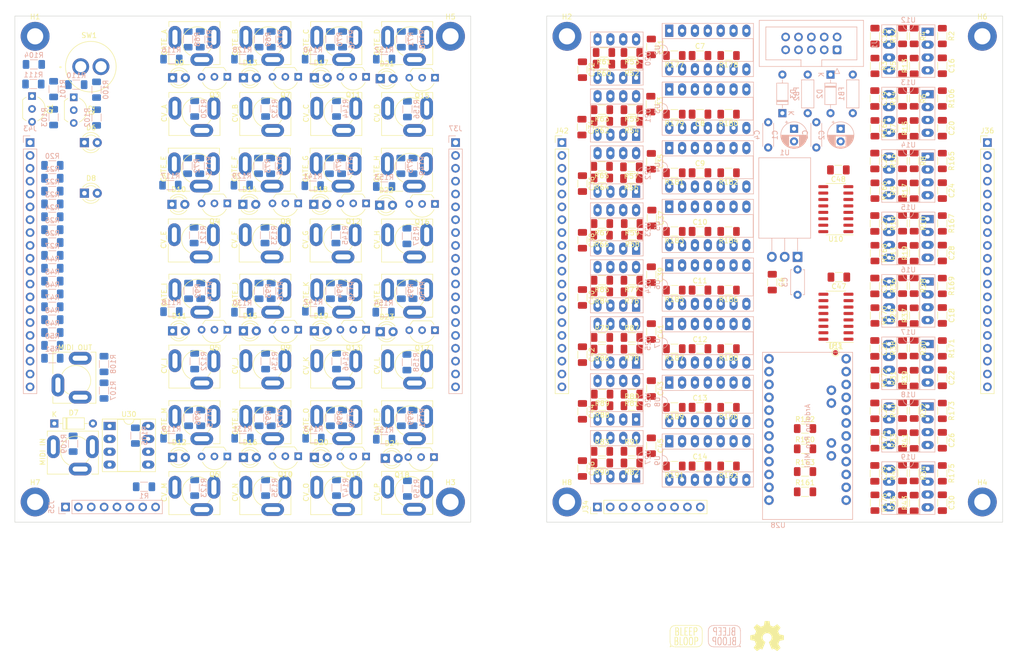
<source format=kicad_pcb>
(kicad_pcb (version 20211014) (generator pcbnew)
  (layers (0 "F.Cu" signal) (31 "B.Cu" signal) (34 "B.Paste" user) (35 "F.Paste" user) (36 "B.SilkS" user "B.Silkscreen") (37 "F.SilkS" user "F.Silkscreen") (38 "B.Mask" user) (39 "F.Mask" user) (44 "Edge.Cuts" user))
  (net 0 "")
  (net 1 "+12V")
  (net 2 "GND")
  (net 3 "-12V")
  (net 4 "+5V")
  (net 5 "-12VA")
  (net 6 "Net-(D2-Pad2)")
  (net 7 "Net-(D3-Pad1)")
  (net 8 "+12VA")
  (net 9 "Net-(D6-Pad2)")
  (net 10 "Net-(D7-Pad1)")
  (net 11 "Net-(D7-Pad2)")
  (net 12 "Net-(D8-Pad2)")
  (net 13 "Net-(D9-Pad2)")
  (net 14 "Net-(D10-Pad2)")
  (net 15 "Net-(D11-Pad2)")
  (net 16 "Net-(D12-Pad2)")
  (net 17 "Net-(D13-Pad2)")
  (net 18 "Net-(D14-Pad2)")
  (net 19 "Net-(D15-Pad2)")
  (net 20 "Net-(D16-Pad2)")
  (net 21 "Net-(D17-Pad2)")
  (net 22 "Net-(D18-Pad2)")
  (net 23 "Net-(D19-Pad2)")
  (net 24 "Net-(D20-Pad2)")
  (net 25 "Net-(D21-Pad2)")
  (net 26 "Net-(D22-Pad2)")
  (net 27 "Net-(D23-Pad2)")
  (net 28 "Net-(D24-Pad2)")
  (net 30 "/CV/CV_A")
  (net 32 "/CV/CV_B")
  (net 34 "/CV/CV_C")
  (net 36 "/CV/CV_D")
  (net 38 "/CV/CV_E")
  (net 40 "/CV/CV_F")
  (net 42 "/CV/CV_G")
  (net 44 "/CV/CV_H")
  (net 46 "/CV/CV_I")
  (net 48 "/CV/CV_J")
  (net 50 "/CV/CV_K")
  (net 52 "/CV/CV_L")
  (net 54 "/CV/CV_M")
  (net 56 "/CV/CV_N")
  (net 58 "/CV/CV_O")
  (net 60 "/CV/CV_P")
  (net 62 "/GATES/GATE_A")
  (net 64 "/GATES/GATE_B")
  (net 66 "/GATES/GATE_C")
  (net 68 "/GATES/GATE_D")
  (net 70 "/GATES/GATE_E")
  (net 72 "/GATES/GATE_F")
  (net 74 "/GATES/GATE_G")
  (net 76 "/GATES/GATE_H")
  (net 78 "/GATES/GATE_I")
  (net 80 "/GATES/GATE_J")
  (net 82 "/GATES/GATE_K")
  (net 84 "/GATES/GATE_L")
  (net 86 "/GATES/GATE_M")
  (net 88 "/GATES/GATE_N")
  (net 90 "/GATES/GATE_O")
  (net 92 "/GATES/GATE_P")
  (net 93 "Net-(J39-PadR)")
  (net 94 "Net-(J39-PadT)")
  (net 95 "Net-(J41-PadT)")
  (net 96 "Net-(R1-Pad1)")
  (net 98 "/CONTROLLER/TO_MIDI_TX")
  (net 99 "Net-(Q1-Pad2)")
  (net 100 "Net-(Q2-Pad2)")
  (net 101 "Net-(Q3-Pad2)")
  (net 102 "Net-(Q4-Pad2)")
  (net 103 "Net-(Q5-Pad2)")
  (net 104 "Net-(Q6-Pad2)")
  (net 105 "Net-(Q7-Pad2)")
  (net 106 "Net-(Q8-Pad2)")
  (net 107 "Net-(Q9-Pad2)")
  (net 108 "Net-(Q10-Pad2)")
  (net 109 "Net-(Q11-Pad2)")
  (net 110 "Net-(Q12-Pad2)")
  (net 111 "Net-(Q13-Pad2)")
  (net 112 "Net-(Q14-Pad2)")
  (net 113 "Net-(Q15-Pad2)")
  (net 114 "Net-(Q16-Pad2)")
  (net 115 "Net-(Q17-Pad2)")
  (net 116 "Net-(Q18-Pad2)")
  (net 117 "Net-(R12-Pad1)")
  (net 118 "Net-(R13-Pad1)")
  (net 119 "Net-(R14-Pad1)")
  (net 120 "Net-(R15-Pad1)")
  (net 121 "Net-(R16-Pad1)")
  (net 122 "Net-(R17-Pad1)")
  (net 123 "Net-(R10-Pad2)")
  (net 124 "Net-(R11-Pad2)")
  (net 125 "Net-(J2-PadT)")
  (net 126 "Net-(J3-PadT)")
  (net 127 "Net-(J4-PadT)")
  (net 128 "Net-(J5-PadT)")
  (net 129 "Net-(J6-PadT)")
  (net 130 "Net-(J7-PadT)")
  (net 131 "Net-(J8-PadT)")
  (net 132 "Net-(J9-PadT)")
  (net 133 "Net-(R28-Pad2)")
  (net 134 "Net-(R29-Pad2)")
  (net 135 "Net-(R30-Pad2)")
  (net 136 "Net-(R31-Pad2)")
  (net 137 "Net-(R32-Pad2)")
  (net 138 "Net-(R33-Pad2)")
  (net 139 "Net-(R34-Pad2)")
  (net 140 "Net-(R35-Pad2)")
  (net 141 "Net-(J10-PadT)")
  (net 142 "Net-(J11-PadT)")
  (net 143 "Net-(J12-PadT)")
  (net 144 "Net-(J13-PadT)")
  (net 145 "Net-(J14-PadT)")
  (net 146 "Net-(J15-PadT)")
  (net 147 "Net-(J16-PadT)")
  (net 148 "Net-(J17-PadT)")
  (net 149 "Net-(R52-Pad2)")
  (net 150 "Net-(R53-Pad2)")
  (net 151 "Net-(R54-Pad2)")
  (net 152 "Net-(R55-Pad2)")
  (net 153 "Net-(R56-Pad2)")
  (net 154 "Net-(R57-Pad2)")
  (net 155 "Net-(R58-Pad2)")
  (net 156 "Net-(R59-Pad2)")
  (net 157 "Net-(J18-PadT)")
  (net 158 "Net-(J19-PadT)")
  (net 159 "Net-(J20-PadT)")
  (net 160 "Net-(J21-PadT)")
  (net 161 "Net-(J22-PadT)")
  (net 162 "Net-(J23-PadT)")
  (net 163 "Net-(J24-PadT)")
  (net 164 "Net-(J25-PadT)")
  (net 165 "Net-(R76-Pad2)")
  (net 166 "Net-(R77-Pad2)")
  (net 167 "Net-(R78-Pad2)")
  (net 168 "Net-(R79-Pad2)")
  (net 169 "Net-(R80-Pad2)")
  (net 170 "Net-(R81-Pad2)")
  (net 171 "Net-(R82-Pad2)")
  (net 172 "Net-(R83-Pad2)")
  (net 173 "Net-(J26-PadT)")
  (net 174 "Net-(J27-PadT)")
  (net 175 "Net-(J28-PadT)")
  (net 176 "Net-(J29-PadT)")
  (net 177 "Net-(J30-PadT)")
  (net 178 "Net-(J31-PadT)")
  (net 179 "Net-(J32-PadT)")
  (net 180 "Net-(J33-PadT)")
  (net 181 "/CONTROLLER/LED_1")
  (net 182 "/CONTROLLER/LED_2")
  (net 183 "/CONTROLLER/SW_1")
  (net 184 "/CONTROLLER/FROM_MIDI_RX")
  (net 185 "Net-(TP1-Pad1)")
  (net 187 "/CONTROLLER/CNTRL_CS_A")
  (net 188 "/CONTROLLER/CNTRL_SCK")
  (net 189 "/CONTROLLER/CNTRL_SDI")
  (net 192 "/CV/CV_RAW_B")
  (net 193 "/CV/CV_RAW_A")
  (net 195 "/CONTROLLER/CNTRL_CS_D")
  (net 198 "/CV/CV_RAW_H")
  (net 199 "/CV/CV_RAW_G")
  (net 201 "/CONTROLLER/CNTRL_CS_B")
  (net 204 "/CV/CV_RAW_D")
  (net 205 "/CV/CV_RAW_C")
  (net 207 "/CONTROLLER/CNTRL_CS_C")
  (net 210 "/CV/CV_RAW_F")
  (net 211 "/CV/CV_RAW_E")
  (net 213 "/CONTROLLER/CNTRL_CS_G")
  (net 216 "/CV/CV_RAW_N")
  (net 217 "/CV/CV_RAW_M")
  (net 219 "/CONTROLLER/CNTRL_CS_H")
  (net 222 "/CV/CV_RAW_P")
  (net 223 "/CV/CV_RAW_O")
  (net 225 "/CONTROLLER/CNTRL_CS_F")
  (net 228 "/CV/CV_RAW_L")
  (net 229 "/CV/CV_RAW_K")
  (net 231 "/CONTROLLER/CNTRL_CS_E")
  (net 234 "/CV/CV_RAW_J")
  (net 235 "/CV/CV_RAW_I")
  (net 236 "Net-(R2-Pad2)")
  (net 237 "Net-(R3-Pad2)")
  (net 238 "Net-(R106-Pad2)")
  (net 239 "Net-(R164-Pad2)")
  (net 240 "Net-(R165-Pad2)")
  (net 241 "Net-(R166-Pad2)")
  (net 242 "Net-(R167-Pad2)")
  (net 243 "Net-(U10-Pad9)")
  (net 244 "/CONTROLLER/CNTRL_GATES_SHIFTREG_CLK")
  (net 245 "/CONTROLLER/CNTRL_GATES_STORE_REG_CLK")
  (net 246 "/CONTROLLER/CNTRL_GATE_SER_IN")
  (net 247 "Net-(R168-Pad2)")
  (net 248 "Net-(R169-Pad2)")
  (net 249 "Net-(R170-Pad2)")
  (net 250 "Net-(R171-Pad2)")
  (net 251 "Net-(R172-Pad2)")
  (net 252 "Net-(R173-Pad2)")
  (net 253 "Net-(R174-Pad2)")
  (net 254 "Net-(R175-Pad2)")
  (net 255 "Net-(R176-Pad2)")
  (net 260 "/CONTROLLER/~{CNTRL_GATES_CLR}")
  (net 261 "/CONTROLLER/~{CNTRL_SHDN}")
  (net 262 "/CONTROLLER/~{CNTRL_GATES_OUT_ENABLE}")
  (net 263 "/CONTROLLER/~{CNTRL_LDAC}")
  (net 264 "/JACKS/CV_OUT_A")
  (net 265 "/JACKS/CV_OUT_B")
  (net 266 "/JACKS/CV_OUT_C")
  (net 267 "/JACKS/CV_OUT_D")
  (net 268 "/JACKS/CV_OUT_E")
  (net 269 "/JACKS/CV_OUT_F")
  (net 270 "/JACKS/CV_OUT_G")
  (net 271 "/JACKS/CV_OUT_H")
  (net 272 "/JACKS/CV_OUT_I")
  (net 273 "/JACKS/CV_OUT_J")
  (net 274 "/JACKS/CV_OUT_K")
  (net 275 "/JACKS/CV_OUT_L")
  (net 276 "/JACKS/CV_OUT_M")
  (net 277 "/JACKS/CV_OUT_N")
  (net 278 "/JACKS/CV_OUT_O")
  (net 279 "/JACKS/CV_OUT_P")
  (net 280 "/GATE_LEDs/TO_LED_A")
  (net 281 "/GATE_LEDs/TO_LED_B")
  (net 282 "/GATE_LEDs/TO_LED_C")
  (net 283 "/GATE_LEDs/TO_LED_D")
  (net 284 "/GATE_LEDs/TO_LED_E")
  (net 285 "/GATE_LEDs/TO_LED_F")
  (net 286 "/GATE_LEDs/TO_LED_G")
  (net 287 "/GATE_LEDs/TO_LED_H")
  (net 288 "/GATE_LEDs/TO_LED_I")
  (net 289 "/GATE_LEDs/TO_LED_J")
  (net 290 "/GATE_LEDs/TO_LED_K")
  (net 291 "/GATE_LEDs/TO_LED_L")
  (net 292 "/GATE_LEDs/TO_LED_M")
  (net 293 "/GATE_LEDs/TO_LED_N")
  (net 294 "/GATE_LEDs/TO_LED_O")
  (net 295 "/GATE_LEDs/TO_LED_P")
  (net 296 "/MIDI/TO_MIDI_OUT")
  (net 297 "/MIDI/FROM_MIDI_IN")
  (net 298 "/IOs/FROM_SW_1")
  (net 299 "/IOs/TO_LED_1")
  (net 300 "/IOs/TO_LED_2")
  (footprint "My Stuff:LED_D3.0mm" (layer "F.Cu") (at 65 85)
    (fp_text reference "D8")
    (fp_text value "LED_2")
  )
  (footprint "Resistor_SMD:R_1206_3216Metric_Pad1.30x1.75mm_HandSolder" (layer "F.Cu") (at 171.8 135.99)
    (fp_text reference "R91")
    (fp_text value "100k")
  )
  (footprint "Capacitor_SMD:C_1206_3216Metric_Pad1.33x1.80mm_HandSolder" (layer "F.Cu") (at 219.775 90.978571 -90)
    (fp_text reference "C27")
    (fp_text value "10nF")
  )
  (footprint "Resistor_SMD:R_1206_3216Metric_Pad1.30x1.75mm_HandSolder" (layer "F.Cu") (at 180.2 80.971428 180)
    (fp_text reference "R181")
    (fp_text value "100k")
  )
  (footprint "Package_TO_SOT_THT:TO-92_Inline_Wide" (layer "F.Cu") (at 91.939999 62.009999 180)
    (fp_text reference "Q3")
    (fp_text value "2N3906")
  )
  (footprint "Resistor_SMD:R_1206_3216Metric_Pad1.30x1.75mm_HandSolder" (layer "F.Cu") (at 180.2 104.142856 180)
    (fp_text reference "R185")
    (fp_text value "100k")
  )
  (footprint "My Stuff:Jack_3.5mm_MJ-355W_Vertical" (layer "F.Cu") (at 100 55.099998 90)
    (fp_text reference "J19")
    (fp_text value "GATE_B")
  )
  (footprint "Capacitor_SMD:C_1206_3216Metric_Pad1.33x1.80mm_HandSolder" (layer "F.Cu") (at 233.1 59.825 -90)
    (fp_text reference "C16")
    (fp_text value "10nF")
  )
  (footprint "My Stuff:Jack_3.5mm_MJ-355W_Vertical" (layer "F.Cu") (at 62 136 90)
    (fp_text reference "J41")
    (fp_text value "MIDI IN")
  )
  (footprint "Capacitor_SMD:C_1206_3216Metric_Pad1.33x1.80mm_HandSolder" (layer "F.Cu") (at 162.05 105.6 -90)
    (fp_text reference "C40")
    (fp_text value "10nF")
  )
  (footprint "Capacitor_SMD:C_1206_3216Metric_Pad1.33x1.80mm_HandSolder" (layer "F.Cu") (at 212.675 101.575 180)
    (fp_text reference "C47")
    (fp_text value "10nF")
  )
  (footprint "My Stuff:Jack_3.5mm_MJ-355W_Vertical" (layer "F.Cu") (at 100 118.999999 90)
    (fp_text reference "J11")
    (fp_text value "CV_J")
  )
  (footprint "Resistor_SMD:R_1206_3216Metric_Pad1.30x1.75mm_HandSolder" (layer "F.Cu") (at 180.2 92.557142 180)
    (fp_text reference "R183")
    (fp_text value "100k")
  )
  (footprint "My Stuff:Jack_3.5mm_MJ-355W_Vertical" (layer "F.Cu") (at 86.000001 130 90)
    (fp_text reference "J30")
    (fp_text value "GATE_M")
  )
  (footprint "My Stuff:LED_D3.0mm" (layer "F.Cu") (at 123.285719 87.37)
    (fp_text reference "D22")
    (fp_text value "LED_H")
  )
  (footprint "My Stuff:LED_D3.0mm" (layer "F.Cu") (at 110.285715 87.199999)
    (fp_text reference "D18")
    (fp_text value "LED_G")
  )
  (footprint "Capacitor_SMD:C_1206_3216Metric_Pad1.33x1.80mm_HandSolder" (layer "F.Cu") (at 175.65 101.1 -90)
    (fp_text reference "C39")
    (fp_text value "10nF")
  )
  (footprint "Connector_PinHeader_2.54mm:PinHeader_1x09_P2.54mm_Vertical" (layer "F.Cu") (at 165 147 90)
    (fp_text reference "J34")
    (fp_text value "Conn_01x08")
  )
  (footprint "Resistor_SMD:R_1206_3216Metric_Pad1.30x1.75mm_HandSolder" (layer "F.Cu") (at 227.55 84.521428 90)
    (fp_text reference "R17")
    (fp_text value "100k")
  )
  (footprint "Resistor_SMD:R_1206_3216Metric_Pad1.30x1.75mm_HandSolder" (layer "F.Cu") (at 180.2 138.9 180)
    (fp_text reference "R191")
    (fp_text value "100k")
  )
  (footprint "Package_SO:SOIC-16_3.9x9.9mm_P1.27mm" (layer "F.Cu") (at 212.075 88.15 180)
    (fp_text reference "U10")
    (fp_text value "74HC595")
  )
  (footprint "Resistor_SMD:R_1206_3216Metric_Pad1.30x1.75mm_HandSolder" (layer "F.Cu") (at 171.8 113.49)
    (fp_text reference "R87")
    (fp_text value "100k")
  )
  (footprint "Capacitor_SMD:C_1206_3216Metric_Pad1.33x1.80mm_HandSolder" (layer "F.Cu") (at 219.775 115.664285 -90)
    (fp_text reference "C21")
    (fp_text value "10nF")
  )
  (footprint "Capacitor_SMD:C_1206_3216Metric_Pad1.33x1.80mm_HandSolder" (layer "F.Cu") (at 233.1 133.817852 -90)
    (fp_text reference "C26")
    (fp_text value "10nF")
  )
  (footprint "Resistor_SMD:R_1206_3216Metric_Pad1.30x1.75mm_HandSolder" (layer "F.Cu") (at 227.55 115.62857 -90)
    (fp_text reference "R30")
    (fp_text value "100k")
  )
  (footprint "My Stuff:LED_D3.0mm" (layer "F.Cu") (at 82.399999 137.2)
    (fp_text reference "D12")
    (fp_text value "LED_M")
  )
  (footprint "Capacitor_SMD:C_1206_3216Metric_Pad1.33x1.80mm_HandSolder" (layer "F.Cu") (at 233.1 109.153568 -90)
    (fp_text reference "C18")
    (fp_text value "10nF")
  )
  (footprint "Resistor_SMD:R_1206_3216Metric_Pad1.30x1.75mm_HandSolder" (layer "F.Cu") (at 227.55 59.85 90)
    (fp_text reference "R13")
    (fp_text value "100k")
  )
  (footprint "My Stuff:LED_D3.0mm" (layer "F.Cu") (at 110.4 62.199998)
    (fp_text reference "D17")
    (fp_text value "LED_C")
  )
  (footprint "Resistor_SMD:R_1206_3216Metric_Pad1.30x1.75mm_HandSolder" (layer "F.Cu") (at 225.25 115.62857 90)
    (fp_text reference "R38")
    (fp_text value "100k")
  )
  (footprint "Resistor_SMD:R_1206_3216Metric_Pad1.30x1.75mm_HandSolder" (layer "F.Cu") (at 165.850001 93.3 180)
    (fp_text reference "R66")
    (fp_text value "100k")
  )
  (footprint "Resistor_SMD:R_1206_3216Metric_Pad1.30x1.75mm_HandSolder" (layer "F.Cu") (at 165.9 68.5 180)
    (fp_text reference "R63")
    (fp_text value "100k")
  )
  (footprint "Resistor_SMD:R_1206_3216Metric_Pad1.30x1.75mm_HandSolder" (layer "F.Cu") (at 227.55 146.2 90)
    (fp_text reference "R43")
    (fp_text value "100k")
  )
  (footprint "My Stuff:LED_D3.0mm" (layer "F.Cu") (at 65 75)
    (fp_text reference "D6")
    (fp_text value "LED_1")
  )
  (footprint "Resistor_SMD:R_1206_3216Metric_Pad1.30x1.75mm_HandSolder" (layer "F.Cu") (at 233.1 115.664285 -90)
    (fp_text reference "R171")
    (fp_text value "100k")
  )
  (footprint "Resistor_SMD:R_1206_3216Metric_Pad1.30x1.75mm_HandSolder" (layer "F.Cu") (at 165.9 82 180)
    (fp_text reference "R64")
    (fp_text value "100k")
  )
  (footprint "Resistor_SMD:R_1206_3216Metric_Pad1.30x1.75mm_HandSolder" (layer "F.Cu") (at 171.8 124.7 180)
    (fp_text reference "R81")
    (fp_text value "100k")
  )
  (footprint "Resistor_SMD:R_1206_3216Metric_Pad1.30x1.75mm_HandSolder" (layer "F.Cu") (at 233.1 103.321428 -90)
    (fp_text reference "R169")
    (fp_text value "100k")
  )
  (footprint "Capacitor_SMD:C_1206_3216Metric_Pad1.33x1.80mm_HandSolder" (layer "F.Cu") (at 175.65 134.9 -90)
    (fp_text reference "C45")
    (fp_text value "10nF")
  )
  (footprint "Resistor_SMD:R_1206_3216Metric_Pad1.30x1.75mm_HandSolder" (layer "F.Cu") (at 225.25 78.621428 90)
    (fp_text reference "R16")
    (fp_text value "100k")
  )
  (footprint "Resistor_SMD:R_1206_3216Metric_Pad1.30x1.75mm_HandSolder" (layer "F.Cu") (at 171.850001 91 180)
    (fp_text reference "R59")
    (fp_text value "100k")
  )
  (footprint "Capacitor_SMD:C_1206_3216Metric_Pad1.33x1.80mm_HandSolder" (layer "F.Cu") (at 185.2625 69.385714 180)
    (fp_text reference "C8")
    (fp_text value "100nF")
  )
  (footprint "My Stuff:Jack_3.5mm_MJ-355W_Vertical" (layer "F.Cu") (at 86.000001 55.099999 90)
    (fp_text reference "J18")
    (fp_text value "GATE_A")
  )
  (footprint "MountingHole:MountingHole_3.2mm_M3_ISO7380_Pad_TopBottom" (layer "F.Cu") (at 54 146)
    (fp_text reference "H7")
    (fp_text value "MountingHole_Pad")
  )
  (footprint "Resistor_SMD:R_1206_3216Metric_Pad1.30x1.75mm_HandSolder" (layer "F.Cu") (at 165.9 138.3 180)
    (fp_text reference "R90")
    (fp_text value "100k")
  )
  (footprint "Capacitor_SMD:C_1206_3216Metric_Pad1.33x1.80mm_HandSolder" (layer "F.Cu") (at 162.05 60.6 -90)
    (fp_text reference "C32")
    (fp_text value "10nF")
  )
  (footprint "Resistor_SMD:R_1206_3216Metric_Pad1.30x1.75mm_HandSolder" (layer "F.Cu") (at 227.55 133.864284 90)
    (fp_text reference "R41")
    (fp_text value "100k")
  )
  (footprint "Capacitor_SMD:C_1206_3216Metric_Pad1.33x1.80mm_HandSolder" (layer "F.Cu") (at 175.65 112.3375 -90)
    (fp_text reference "C41")
    (fp_text value "10nF")
  )
  (footprint "Capacitor_SMD:C_1206_3216Metric_Pad1.33x1.80mm_HandSolder" (layer "F.Cu") (at 175.75 89.9 -90)
    (fp_text reference "C37")
    (fp_text value "10nF")
  )
  (footprint "My Stuff:LED_D3.0mm" (layer "F.Cu") (at 82.4 112.2)
    (fp_text reference "D11")
    (fp_text value "LED_I")
  )
  (footprint "Resistor_SMD:R_1206_3216Metric_Pad1.30x1.75mm_HandSolder" (layer "F.Cu") (at 166.3 57.2 180)
    (fp_text reference "R61")
    (fp_text value "100k")
  )
  (footprint "Resistor_SMD:R_1206_3216Metric_Pad1.30x1.75mm_HandSolder" (layer "F.Cu") (at 227.55 90.957142 -90)
    (fp_text reference "R10")
    (fp_text value "100k")
  )
  (footprint "My Stuff:Jack_3.5mm_MJ-355W_Vertical" (layer "F.Cu") (at 86.000001 119 90)
    (fp_text reference "J10")
    (fp_text value "CV_I")
  )
  (footprint "Capacitor_SMD:C_1206_3216Metric_Pad1.33x1.80mm_HandSolder" (layer "F.Cu") (at 185.2625 127.314284)
    (fp_text reference "C13")
    (fp_text value "100nF")
  )
  (footprint "My Stuff:Jack_3.5mm_MJ-355W_Vertical" (layer "F.Cu") (at 114 104.999999 90)
    (fp_text reference "J28")
    (fp_text value "GATE_K")
  )
  (footprint "Resistor_SMD:R_1206_3216Metric_Pad1.30x1.75mm_HandSolder" (layer "F.Cu") (at 233.1 140.35 -90)
    (fp_text reference "R175")
    (fp_text value "100k")
  )
  (footprint "My Stuff:Jack_3.5mm_MJ-355W_Vertical" (layer "F.Cu") (at 100 144 90)
    (fp_text reference "J15")
    (fp_text value "CV_N")
  )
  (footprint "Capacitor_SMD:C_1206_3216Metric_Pad1.33x1.80mm_HandSolder" (layer "F.Cu") (at 233.1 121.48571 -90)
    (fp_text reference "C22")
    (fp_text value "10nF")
  )
  (footprint "Resistor_SMD:R_1206_3216Metric_Pad1.30x1.75mm_HandSolder" (layer "F.Cu") (at 165.9 113.49)
    (fp_text reference "R79")
    (fp_text value "100k")
  )
  (footprint "Resistor_SMD:R_1206_3216Metric_Pad1.30x1.75mm_HandSolder" (layer "F.Cu") (at 171.7 79.8 180)
    (fp_text reference "R57")
    (fp_text value "100k")
  )
  (footprint "My Stuff:LED_D3.0mm" (layer "F.Cu") (at 110.399999 112.199999)
    (fp_text reference "D19")
    (fp_text value "LED_K")
  )
  (footprint "Resistor_SMD:R_1206_3216Metric_Pad1.30x1.75mm_HandSolder" (layer "F.Cu") (at 206 140)
    (fp_text reference "R163")
    (fp_text value "10k")
  )
  (footprint "My Stuff:LED_D3.0mm" (layer "F.Cu") (at 96.285715 87.199999)
    (fp_text reference "D14")
    (fp_text value "LED_F")
  )
  (footprint "Package_TO_SOT_THT:TO-92_Inline_Wide" (layer "F.Cu") (at 53.39 65.81 -90)
    (fp_text reference "Q1")
    (fp_text value "2N3906")
  )
  (footprint "My Stuff:Jack_3.5mm_MJ-355W_Vertical" (layer "F.Cu") (at 114 144 90)
    (fp_text reference "J16")
    (fp_text value "CV_O")
  )
  (footprint "Resistor_SMD:R_1206_3216Metric_Pad1.30x1.75mm_HandSolder" (layer "F.Cu") (at 190.9 115.72857 180)
    (fp_text reference "R188")
    (fp_text value "100k")
  )
  (footprint "Capacitor_SMD:C_1206_3216Metric_Pad1.33x1.80mm_HandSolder" (layer "F.Cu") (at 162.05 128.1 -90)
    (fp_text reference "C44")
    (fp_text value "10nF")
  )
  (footprint "Capacitor_SMD:C_1206_3216Metric_Pad1.33x1.80mm_HandSolder" (layer "F.Cu") (at 175.65 123.6 -90)
    (fp_text reference "C43")
    (fp_text value "10nF")
  )
  (footprint "My Stuff:Jack_3.5mm_MJ-355W_Vertical" (layer "F.Cu") (at 100 69.099998 90)
    (fp_text reference "J3")
    (fp_text value "CV_B")
  )
  (footprint "My Stuff:Jack_3.5mm_MJ-355W_Vertical" (layer "F.Cu") (at 128 105.005 90)
    (fp_text reference "J29")
    (fp_text value "GATE_L")
  )
  (footprint "Resistor_SMD:R_1206_3216Metric_Pad1.30x1.75mm_HandSolder" (layer "F.Cu") (at 233.1 128.007142 -90)
    (fp_text reference "R173")
    (fp_text value "100k")
  )
  (footprint "Resistor_SMD:R_1206_3216Metric_Pad1.30x1.75mm_HandSolder" (layer "F.Cu") (at 171.8 138.3 180)
    (fp_text reference "R82")
    (fp_text value "100k")
  )
  (footprint "Resistor_SMD:R_1206_3216Metric_Pad1.30x1.75mm_HandSolder" (layer "F.Cu") (at 219.8 84.507142 -90)
    (fp_text reference "R166")
    (fp_text value "100k")
  )
  (footprint "Capacitor_SMD:C_1206_3216Metric_Pad1.33x1.80mm_HandSolder" (layer "F.Cu") (at 219.775 66.292857 -90)
    (fp_text reference "C19")
    (fp_text value "10nF")
  )
  (footprint "My Stuff:Jack_3.5mm_MJ-355W_Vertical" (layer "F.Cu") (at 86.000001 105 90)
    (fp_text reference "J26")
    (fp_text value "GATE_I")
  )
  (footprint "Resistor_SMD:R_1206_3216Metric_Pad1.30x1.75mm_HandSolder" (layer "F.Cu") (at 219.8 109.164284 -90)
    (fp_text reference "R170")
    (fp_text value "100k")
  )
  (footprint "My Stuff:Logo1" (layer "F.Cu") (at 182.5 172.5)
    (fp_text reference "LOGO1" hide)
    (fp_text value "logo1" hide)
  )
  (footprint "Resistor_SMD:R_1206_3216Metric_Pad1.30x1.75mm_HandSolder" (layer "F.Cu") (at 227.55 78.621428 -90)
    (fp_text reference "R8")
    (fp_text value "100k")
  )
  (footprint "Capacitor_SMD:C_1206_3216Metric_Pad1.33x1.80mm_HandSolder" (layer "F.Cu") (at 162.05 83.1 -90)
    (fp_text reference "C36")
    (fp_text value "10nF")
  )
  (footprint "Package_TO_SOT_THT:TO-92_Inline_Wide" (layer "F.Cu") (at 132.74 137.14 180)
    (fp_text reference "Q18")
    (fp_text value "2N3906")
  )
  (footprint "Capacitor_SMD:C_1206_3216Metric_Pad1.33x1.80mm_HandSolder" (layer "F.Cu") (at 175.65 78.7 -90)
    (fp_text reference "C35")
    (fp_text value "10nF")
  )
  (footprint "Capacitor_SMD:C_1206_3216Metric_Pad1.33x1.80mm_HandSolder" (layer "F.Cu") (at 219.8 53.95 -90)
    (fp_text reference "C15")
    (fp_text value "10nF")
  )
  (footprint "Capacitor_SMD:C_1206_3216Metric_Pad1.33x1.80mm_HandSolder" (layer "F.Cu") (at 175.55 67.4 -90)
    (fp_text reference "C33")
    (fp_text value "10nF")
  )
  (footprint "Resistor_SMD:R_1206_3216Metric_Pad1.30x1.75mm_HandSolder" (layer "F.Cu") (at 219.8 96.835713 -90)
    (fp_text reference "R168")
    (fp_text value "100k")
  )
  (footprint "Package_DIP:DIP-8_W7.62mm_Socket_LongPads" (layer "F.Cu") (at 68.7 131)
    (fp_text reference "U30")
    (fp_text value "6N138")
  )
  (footprint "Package_TO_SOT_THT:TO-92_Inline_Wide" (layer "F.Cu") (at 105.939999 136.969999 180)
    (fp_text reference "Q10")
    (fp_text value "2N3906")
  )
  (footprint "Resistor_SMD:R_1206_3216Metric_Pad1.30x1.75mm_HandSolder" (layer "F.Cu") (at 219.8 72.178571 -90)
    (fp_text reference "R164")
    (fp_text value "100k")
  )
  (footprint "MountingHole:MountingHole_3.2mm_M3_ISO7380_Pad_TopBottom" (layer "F.Cu") (at 136 146)
    (fp_text reference "H3")
    (fp_text value "MountingHole_Pad")
  )
  (footprint "My Stuff:Jack_3.5mm_MJ-355W_Vertical" (layer "F.Cu") (at 62 122)
    (fp_text reference "J39")
    (fp_text value "MIDI OUT")
  )
  (footprint "Resistor_SMD:R_1206_3216Metric_Pad1.30x1.75mm_HandSolder" (layer "F.Cu") (at 225.25 90.957142 90)
    (fp_text reference "R18")
    (fp_text value "100k")
  )
  (footprint "Resistor_SMD:R_1206_3216Metric_Pad1.30x1.75mm_HandSolder" (layer "F.Cu") (at 225.25 133.864284 90)
    (fp_text reference "R33")
    (fp_text value "100k")
  )
  (footprint "Resistor_SMD:R_1206_3216Metric_Pad1.30x1.75mm_HandSolder" (layer "F.Cu") (at 233.1 66.292857 -90)
    (fp_text reference "R106")
    (fp_text value "100k")
  )
  (footprint "My Stuff:Jack_3.5mm_MJ-355W_Vertical" (layer "F.Cu") (at 99.885716 94.099999 90)
    (fp_text reference "J7")
    (fp_text value "CV_F")
  )
  (footprint "Package_TO_SOT_THT:TO-92_Inline_Wide" (layer "F.Cu") (at 119.339999 137.01 180)
    (fp_text reference "Q14")
    (fp_text value "2N3906")
  )
  (footprint "Resistor_SMD:R_1206_3216Metric_Pad1.30x1.75mm_HandSolder" (layer "F.Cu") (at 225.25 146.2 90)
    (fp_text reference "R35")
    (fp_text value "100k")
  )
  (footprint "Resistor_SMD:R_1206_3216Metric_Pad1.30x1.75mm_HandSolder" (layer "F.Cu") (at 233.1 78.635714 -90)
    (fp_text reference "R165")
    (fp_text value "100k")
  )
  (footprint "Resistor_SMD:R_1206_3216Metric_Pad1.30x1.75mm_HandSolder" (layer "F.Cu") (at 190.9 80.971428 180)
    (fp_text reference "R182")
    (fp_text value "100k")
  )
  (footprint "Connector_PinHeader_2.54mm:PinHeader_1x20_P2.54mm_Vertical" (layer "F.Cu") (at 242 75)
    (fp_text reference "J36")
    (fp_text value "Conn_01x20")
  )
  (footprint "My Stuff:Jack_3.5mm_MJ-355W_Vertical" (layer "F.Cu") (at 128 69.1 90)
    (fp_text reference "J5")
    (fp_text value "CV_D")
  )
  (footprint "Capacitor_SMD:C_1206_3216Metric_Pad1.33x1.80mm_HandSolder" (layer "F.Cu") (at 233.1 72.157142 -90)
    (fp_text reference "C20")
    (fp_text value "10nF")
  )
  (footprint "Resistor_SMD:R_1206_3216Metric_Pad1.30x1.75mm_HandSolder" (layer "F.Cu") (at 165.95 124.7 180)
    (fp_text reference "R89")
    (fp_text value "100k")
  )
  (footprint "My Stuff:LED_D3.0mm" (layer "F.Cu") (at 110.399998 137.199999)
    (fp_text reference "D20")
    (fp_text value "LED_O")
  )
  (footprint "My Stuff:Jack_3.5mm_MJ-355W_Vertical" (layer "F.Cu") (at 113.885716 80.099999 90)
    (fp_text reference "J24")
    (fp_text value "GATE_G")
  )
  (footprint "Resistor_SMD:R_1206_3216Metric_Pad1.30x1.75mm_HandSolder" (layer "F.Cu") (at 225.25 66.285714 90)
    (fp_text reference "R14")
    (fp_text value "100k")
  )
  (footprint "Resistor_SMD:R_1206_3216Metric_Pad1.30x1.75mm_HandSolder" (layer "F.Cu") (at 171.8 102.2 180)
    (fp_text reference "R77")
    (fp_text value "100k")
  )
  (footprint "My Stuff:LED_D3.0mm" (layer "F.Cu") (at 124.399998 137.37)
    (fp_text reference "D24")
    (fp_text value "LED_P")
  )
  (footprint "MountingHole:MountingHole_3.2mm_M3_ISO7380_Pad_TopBottom" (layer "F.Cu") (at 241 146)
    (fp_text reference "H4")
    (fp_text value "MountingHole_Pad")
  )
  (footprint "Resistor_SMD:R_1206_3216Metric_Pad1.30x1.75mm_HandSolder" (layer "F.Cu") (at 227.55 66.285714 -90)
    (fp_text reference "R6")
    (fp_text value "100k")
  )
  (footprint "My Stuff:SW_PS1024ALRED" (layer "F.Cu") (at 65 60)
    (fp_text reference "SW1")
    (fp_text value "SW_SPST")
  )
  (footprint "Capacitor_SMD:C_1206_3216Metric_Pad1.33x1.80mm_HandSolder" (layer "F.Cu") (at 162.05 116.9 -90)
    (fp_text reference "C42")
    (fp_text value "10nF")
  )
  (footprint "TestPoint:TestPoint_Pad_D1.0mm" (layer "F.Cu") (at 212 116.5)
    (fp_text reference "TP1")
    (fp_text value "TestPoint")
  )
  (footprint "Resistor_SMD:R_1206_3216Metric_Pad1.30x1.75mm_HandSolder" (layer "F.Cu") (at 165.9 70.8 180)
    (fp_text reference "R62")
    (fp_text value "100k")
  )
  (footprint "Resistor_SMD:R_1206_3216Metric_Pad1.30x1.75mm_HandSolder" (layer "F.Cu") (at 165.9 115.8 180)
    (fp_text reference "R86")
    (fp_text value "100k")
  )
  (footprint "Resistor_SMD:R_1206_3216Metric_Pad1.30x1.75mm_HandSolder" (layer "F.Cu") (at 206 135.5)
    (fp_text reference "R160")
    (fp_text value "10k")
  )
  (footprint "Capacitor_SMD:C_1206_3216Metric_Pad1.33x1.80mm_HandSolder" (layer "F.Cu") (at 233.1 146.15 -90)
    (fp_text reference "C30")
    (fp_text value "10nF")
  )
  (footprint "My Stuff:Jack_3.5mm_MJ-355W_Vertical" (layer "F.Cu") (at 114 69.099998 90)
    (fp_text reference "J4")
    (fp_text value "CV_C")
  )
  (footprint "MountingHole:MountingHole_3.2mm_M3_ISO7380_Pad_TopBottom" (layer "F.Cu") (at 159 54)
    (fp_text reference "H2")
    (fp_text value "MountingHole_Pad")
  )
  (footprint "Package_TO_SOT_THT:TO-92_Inline_Wide" (layer "F.Cu") (at 91.939999 137.01 180)
    (fp_text reference "Q6")
    (fp_text value "2N3906")
  )
  (footprint "Resistor_SMD:R_1206_3216Metric_Pad1.30x1.75mm_HandSolder" (layer "F.Cu") (at 165.949999 127 180)
    (fp_text reference "R88")
    (fp_text value "100k")
  )
  (footprint "Resistor_SMD:R_1206_3216Metric_Pad1.30x1.75mm_HandSolder" (layer "F.Cu") (at 227.55 72.185714 90)
    (fp_text reference "R15")
    (fp_text value "100k")
  )
  (footprint "Capacitor_SMD:C_1206_3216Metric_Pad1.33x1.80mm_HandSolder" (layer "F.Cu") (at 185.2625 80.971428)
    (fp_text reference "C9")
    (fp_text value "100nF")
  )
  (footprint "Capacitor_SMD:C_1206_3216Metric_Pad1.33x1.80mm_HandSolder" (layer "F.Cu") (at 219.775 103.321428 -90)
    (fp_text reference "C17")
    (fp_text value "10nF")
  )
  (footprint "Package_TO_SOT_THT:TO-92_Inline_Wide" (layer "F.Cu") (at 105.939999 62.009998 180)
    (fp_text reference "Q7")
    (fp_text value "2N3906")
  )
  (footprint "Resistor_SMD:R_1206_3216Metric_Pad1.30x1.75mm_HandSolder" (layer "F.Cu") (at 225.25 103.292856 90)
    (fp_text reference "R36")
    (fp_text value "100k")
  )
  (footprint "My Stuff:Jack_3.5mm_MJ-355W_Vertical" (layer "F.Cu") (at 85.885717 80.1 90)
    (fp_text reference "J22")
    (fp_text value "GATE_E")
  )
  (footprint "Resistor_SMD:R_1206_3216Metric_Pad1.30x1.75mm_HandSolder" (layer "F.Cu") (at 166.3 59.5 180)
    (fp_text reference "R60")
    (fp_text value "100k")
  )
  (footprint "MountingHole:MountingHole_3.2mm_M3_ISO7380_Pad_TopBottom" (layer "F.Cu") (at 54 54)
    (fp_text reference "H1")
    (fp_text value "MountingHole_Pad")
  )
  (footprint "Resistor_SMD:R_1206_3216Metric_Pad1.30x1.75mm_HandSolder" (layer "F.Cu") (at 225.25 121.52857 90)
    (fp_text reference "R31")
    (fp_text value "100k")
  )
  (footprint "Capacitor_SMD:C_1206_3216Metric_Pad1.33x1.80mm_HandSolder" (layer "F.Cu") (at 233.1 96.821426 -90)
    (fp_text reference "C28")
    (fp_text value "10nF")
  )
  (footprint "My Stuff:Jack_3.5mm_MJ-355W_Vertical" (layer "F.Cu") (at 99.885716 80.099999 90)
    (fp_text reference "J23")
    (fp_text value "GATE_F")
  )
  (footprint "My Stuff:Jack_3.5mm_MJ-355W_Vertical" (layer "F.Cu") (at 113.885716 94.099999 90)
    (fp_text reference "J8")
    (fp_text value "CV_G")
  )
  (footprint "Resistor_SMD:R_1206_3216Metric_Pad1.30x1.75mm_HandSolder" (layer "F.Cu") (at 227.55 96.857142 90)
    (fp_text reference "R19")
    (fp_text value "100k")
  )
  (footprint "Resistor_SMD:R_1206_3216Metric_Pad1.30x1.75mm_HandSolder" (layer "F.Cu") (at 225.25 59.85 90)
    (fp_text reference "R5")
    (fp_text value "100k")
  )
  (footprint "Resistor_SMD:R_1206_3216Metric_Pad1.30x1.75mm_HandSolder" (layer "F.Cu") (at 171.9 93.3 180)
    (fp_text reference "R58")
    (fp_text value "100k")
  )
  (footprint "My Stuff:Jack_3.5mm_MJ-355W_Vertical" (layer "F.Cu") (at 100 129.999999 90)
    (fp_text reference "J31")
    (fp_text value "GATE_N")
  )
  (footprint "My Stuff:Jack_3.5mm_MJ-355W_Vertical" (layer "F.Cu") (at 128 94.105 90)
    (fp_text reference "J9")
    (fp_text value "CV_H")
  )
  (footprint "My Stuff:Jack_3.5mm_MJ-355W_Vertical" (layer "F.Cu") (at 128 119.005 90)
    (fp_text reference "J13")
    (fp_text value "CV_L")
  )
  (footprint "Resistor_SMD:R_1206_3216Metric_Pad1.30x1.75mm_HandSolder" (layer "F.Cu") (at 171.7 82.1 180)
    (fp_text reference "R56")
    (fp_text value "100k")
  )
  (footprint "Package_TO_SOT_THT:TO-92_Inline_Wide" (layer "F.Cu") (at 132.939999 112.066665 180)
    (fp_text reference "Q17")
    (fp_text value "2N3906")
  )
  (footprint "My Stuff:LED_D3.0mm" (layer "F.Cu") (at 82.4 62.2)
    (fp_text reference "D9")
    (fp_text value "LED_A")
  )
  (footprint "Resistor_SMD:R_1206_3216Metric_Pad1.30x1.75mm_HandSolder" (layer "F.Cu") (at 171.8 59.5 180)
    (fp_text reference "R52")
    (fp_text value "100k")
  )
  (footprint "Capacitor_SMD:C_1206_3216Metric_Pad1.33x1.80mm_HandSolder" (layer "F.Cu") (at 185.2625 138.9)
    (fp_text reference "C14")
    (fp_text value "100nF")
  )
  (footprint "Resistor_SMD:R_1206_3216Metric_Pad1.30x1.75mm_HandSolder" (layer "F.Cu") (at 190.9 69.385714 180)
    (fp_text reference "R180")
    (fp_text value "100k")
  )
  (footprint "My Stuff:LED_D3.0mm" (layer "F.Cu") (at 123.400002 62.37)
    (fp_text reference "D21")
    (fp_text value "LED_D")
  )
  (footprint "Package_TO_SOT_THT:TO-92_Inline_Wide" (layer "F.Cu") (at 105.939999 111.969999 180)
    (fp_text reference "Q9")
    (fp_text value "2N3906")
  )
  (footprint "Resistor_SMD:R_1206_3216Metric_Pad1.30x1.75mm_HandSolder" (layer "F.Cu") (at 165.9 136)
    (fp_text reference "R83")
    (fp_text value "100k")
  )
  (footprint "Capacitor_SMD:C_1206_3216Metric_Pad1.33x1.80mm_HandSolder" (layer "F.Cu") (at 175.65 56.1 -90)
    (fp_text reference "C31")
    (fp_text value "10nF")
  )
  (footprint "My Stuff:Jack_3.5mm_MJ-355W_Vertical" (layer "F.Cu") (at 127.95 80.105 90)
    (fp_text reference "J25")
    (fp_text value "GATE_H")
  )
  (footprint "Resistor_SMD:R_1206_3216Metric_Pad1.30x1.75mm_HandSolder" (layer "F.Cu") (at 225.25 127.964284 90)
    (fp_text reference "R40")
    (fp_text value "100k")
  )
  (footprint "Resistor_SMD:R_1206_3216Metric_Pad1.30x1.75mm_HandSolder" (layer "F.Cu") (at 190.9 92.557142 180)
    (fp_text reference "R184")
    (fp_text value "100k")
  )
  (footprint "Package_TO_SOT_THT:TO-92_Inline_Wide" (layer "F.Cu") (at 119.339999 87.009999 180)
    (fp_text reference "Q12")
    (fp_text value "2N3906")
  )
  (footprint "Resistor_SMD:R_1206_3216Metric_Pad1.30x1.75mm_HandSolder" (layer "F.Cu") (at 206 144)
    (fp_text reference "R161")
    (fp_text value "10k")
  )
  (footprint "My Stuff:Jack_3.5mm_MJ-355W_Vertical" (layer "F.Cu") (at 114 118.999999 90)
    (fp_text reference "J12")
    (fp_text value "CV_K")
  )
  (footprint "Resistor_SMD:R_1206_3216Metric_Pad1.30x1.75mm_HandSolder" (layer "F.Cu") (at 227.55 53.95 -90)
    (fp_text reference "R4")
    (fp_text value "100k")
  )
  (footprint "Resistor_SMD:R_1206_3216Metric_Pad1.30x1.75mm_HandSolder" (layer "F.Cu") (at 171.8 68.5 180)
    (fp_text reference "R55")
    (fp_text value "100k")
  )
  (footprint "Resistor_SMD:R_1206_3216Metric_Pad1.30x1.75mm_HandSolder" (layer "F.Cu") (at 165.9 104.5 180)
    (fp_text reference "R84")
    (fp_text value "100k")
  )
  (footprint "Capacitor_SMD:C_1206_3216Metric_Pad1.33x1.80mm_HandSolder" (layer "F.Cu") (at 219.775 128.007142 -90)
    (fp_text reference "C25")
    (fp_text value "10nF")
  )
  (footprint "Capacitor_SMD:C_1206_3216Metric_Pad1.33x1.80mm_HandSolder" (layer "F.Cu") (at 233.1 84.489284 -90)
    (fp_text reference "C24")
    (fp_text value "10nF")
  )
  (footprint "Resistor_SMD:R_1206_3216Metric_Pad1.30x1.75mm_HandSolder" (layer "F.Cu") (at 171.8 127)
    (fp_text reference "R80")
    (fp_text value "100k")
  )
  (footprint "Capacitor_SMD:C_1206_3216Metric_Pad1.33x1.80mm_HandSolder" (layer "F.Cu") (at 161.95 71.9375 -90)
    (fp_text reference "C34")
    (fp_text value "10nF")
  )
  (footprint "Package_TO_SOT_THT:TO-92_Inline_Wide" (layer "F.Cu") (at 132.939999 62.179999 180)
    (fp_text reference "Q15")
    (fp_text value "2N3906")
  )
  (footprint "My Stuff:LED_D3.0mm" (layer "F.Cu") (at 123.399999 112.37)
    (fp_text reference "D23")
    (fp_text value "LED_L")
  )
  (footprint "Resistor_SMD:R_1206_3216Metric_Pad1.30x1.75mm_HandSolder" (layer "F.Cu") (at 206 131.5)
    (fp_text reference "R162")
    (fp_text value "10k")
  )
  (footprint "My Stuff:Jack_3.5mm_MJ-355W_Vertical" (layer "F.Cu") (at 128 55.099999 90)
    (fp_text reference "J21")
    (fp_text value "GATE_D")
  )
  (footprint "Resistor_SMD:R_1206_3216Metric_Pad1.30x1.75mm_HandSolder" (layer "F.Cu") (at 165.850001 79.7 180)
    (fp_text reference "R65")
    (fp_text value "100k")
  )
  (footprint "Resistor_SMD:R_1206_3216Metric_Pad1.30x1.75mm_HandSolder" (layer "F.Cu") (at 171.8 115.8 180)
    (fp_text reference "R78")
    (fp_text value "100k")
  )
  (footprint "Resistor_SMD:R_1206_3216Metric_Pad1.30x1.75mm_HandSolder" (layer "F.Cu") (at 165.9 102.2 180)
    (fp_text reference "R85")
    (fp_text value "100k")
  )
  (footprint "Resistor_SMD:R_1206_3216Metric_Pad1.30x1.75mm_HandSolder" (layer "F.Cu") (at 225.25 84.521428 90)
    (fp_text reference "R9")
    (fp_text value "100k")
  )
  (footprint "Resistor_SMD:R_1206_3216Metric_Pad1.30x1.75mm_HandSolder" (layer "F.Cu") (at 219.8 59.85 -90)
    (fp_text reference "R3")
    (fp_text value "100k")
  )
  (footprint "Package_TO_SOT_THT:TO-92_Inline_Wide" (layer "F.Cu") (at 91.939999 87.01 180)
    (fp_text reference "Q4")
    (fp_text value "2N3906")
  )
  (footprint "Resistor_SMD:R_1206_3216Metric_Pad1.30x1.75mm_HandSolder" (layer "F.Cu") (at 219.8 146.15 -90)
    (fp_text reference "R176")
    (fp_text value "100k")
  )
  (footprint "Resistor_SMD:R_1206_3216Metric_Pad1.30x1.75mm_HandSolder" (layer "F.Cu") (at 227.55 121.52857 90)
    (fp_text reference "R39")
    (fp_text value "100k")
  )
  (footprint "Capacitor_SMD:C_1206_3216Metric_Pad1.33x1.80mm_HandSolder" (layer "F.Cu") (at 185.2625 115.72857)
    (fp_text reference "C12")
    (fp_text value "100nF")
  )
  (footprint "Resistor_SMD:R_1206_3216Metric_Pad1.30x1.75mm_HandSolder" (layer "F.Cu") (at 227.55 103.292856 -90)
    (fp_text reference "R28")
    (fp_text value "100k")
  )
  (footprint "Resistor_SMD:R_1206_3216Metric_Pad1.30x1.75mm_HandSolder" (layer "F.Cu") (at 227.55 140.3 -90)
    (fp_text reference "R34")
    (fp_text value "100k")
  )
  (footprint "Resistor_SMD:R_1206_3216Metric_Pad1.30x1.75mm_HandSolder" (layer "F.Cu") (at 171.8 57.2 180)
    (fp_text reference "R53")
    (fp_text value "100k")
  )
  (footprint "My Stuff:Jack_3.5mm_MJ-355W_Vertical" (layer "F.Cu") (at 114 129.999999 90)
    (fp_text reference "J32")
    (fp_text value "GATE_O")
  )
  (footprint "My Stuff:Jack_3.5mm_MJ-355W_Vertical" (layer "F.Cu") (at 128 130.005 90)
    (fp_text reference "J33")
    (fp_text value "GATE_P")
  )
  (footprint "Resistor_SMD:R_1206_3216Metric_Pad1.30x1.75mm_HandSolder" (layer "F.Cu") (at 190.9 127.314284 180)
    (fp_text reference "R190")
    (fp_text value "100k")
  )
  (footprint "Capacitor_SMD:C_1206_3216Metric_Pad1.33x1.80mm_HandSolder" (layer "F.Cu") (at 162.05 139.4 -90)
    (fp_text reference "C46")
    (fp_text value "10nF")
  )
  (footprint "My Stuff:LED_D3.0mm" (layer "F.Cu") (at 96.399998 137.199999)
    (fp_text reference "D16")
    (fp_text value "LED_N")
  )
  (footprint "My Stuff:Jack_3.5mm_MJ-355W_Vertical" (layer "F.Cu") (at 100 104.999999 90)
    (fp_text reference "J27")
    (fp_text value "GATE_J")
  )
  (footprint "Resistor_SMD:R_1206_3216Metric_Pad1.30x1.75mm_HandSolder" (layer "F.Cu") (at 190.9 104.142856 180)
    (fp_text reference "R186")
    (fp_text value "100k")
  )
  (footprint "Resistor_SMD:R_1206_3216Metric_Pad1.30x1.75mm_HandSolder" (layer "F.Cu") (at 225.25 72.185714 90)
    (fp_text reference "R7")
    (fp_text value "100k")
  )
  (footprint "Capacitor_SMD:C_1206_3216Metric_Pad1.33x1.80mm_HandSolder" (layer "F.Cu") (at 162.05 94.3 -90)
    (fp_text reference "C38")
    (fp_text value "10nF")
  )
  (footprint "Resistor_SMD:R_1206_3216Metric_Pad1.30x1.75mm_HandSolder" (layer "F.Cu") (at 219.8 121.492855 -90)
    (fp_text reference "R172")
    (fp_text value "100k")
  )
  (footprint "Symbol:OSHW-Symbol_6.7x6mm_SilkScreen" (layer "F.Cu") (at 198.5 172.5)
    (fp_text reference "LOGO3" hide)
    (fp_text value "Logo_Open_Hardware_Small" hide)
  )
  (footprint "Connector_PinHeader_2.54mm:PinHeader_1x20_P2.54mm_Vertical" (layer "F.Cu") (at 158 75)
    (fp_text reference "J42")
    (fp_text value "Conn_01x20")
  )
  (footprint "MountingHole:MountingHole_3.2mm_M3_ISO7380_Pad_TopBottom" (layer "F.Cu") (at 136 54)
    (fp_text reference "H5")
    (fp_text value "MountingHole_Pad")
  )
  (footprint "Resistor_SMD:R_1206_3216Metric_Pad1.30x1.75mm_HandSolder" (layer "F.Cu") (at 225.25 53.95 90)
    (fp_text reference "R12")
    (fp_text value "100k")
  )
  (footprint "Capacitor_SMD:C_1206_3216Metric_Pad1.33x1.80mm_HandSolder" (layer "F.Cu") (at 219.775 140.35 -90)
    (fp_text reference "C29")
    (fp_text value "10nF")
  )
  (footprint "Capacitor_SMD:C_1206_3216Metric_Pad1.33x1.80mm_HandSolder" (layer "F.Cu") (at 185.2625 92.557142)
    (fp_text reference "C10")
    (fp_text value "100nF")
  )
  (footprint "MountingHole:MountingHole_3.2mm_M3_ISO7380_Pad_TopBottom" (layer "F.Cu") (at 241 54)
    (fp_text reference "H6")
    (fp_text value "MountingHole_Pad")
  )
  (footprint "Resistor_SMD:R_1206_3216Metric_Pad1.30x1.75mm_HandSolder" (layer "F.Cu") (at 225.25 96.857142 90)
    (fp_text reference "R11")
    (fp_text value "100k")
  )
  (footprint "Capacitor_SMD:C_1206_3216Metric_Pad1.33x1.80mm_HandSolder" (layer "F.Cu") (at 219.775 78.635714 -90)
    (fp_text reference "C23")
    (fp_text value "10nF")
  )
  (footprint "My Stuff:LED_D3.0mm" (layer "F.Cu") (at 82.285716 87.2)
    (fp_text reference "D10")
    (fp_text value "LED_E")
  )
  (footprint "Package_TO_SOT_THT:TO-92_Inline_Wide" (layer "F.Cu") (at 105.939999 87.009999 180)
    (fp_text reference "Q8")
    (fp_text value "2N3906")
  )
  (footprint "Capacitor_SMD:C_1206_3216Metric_Pad1.33x1.80mm_HandSolder" (layer "F.Cu") (at 185.2625 104.142856)
    (fp_text reference "C11")
    (fp_text value "100nF")
  )
  (footprint "Package_TO_SOT_THT:TO-92_Inline_Wide" (layer "F.Cu") (at 132.939999 87.123332 180)
    (fp_text reference "Q16")
    (fp_text value "2N3906")
  )
  (footprint "Resistor_SMD:R_1206_3216Metric_Pad1.30x1.75mm_HandSolder" (layer "F.Cu") (at 190.9 138.9 180)
    (fp_text reference "R192")
    (fp_text value "100k")
  )
  (footprint "My Stuff:Jack_3.5mm_MJ-355W_Vertical" (layer "F.Cu") (at 86.000001 69.099999 90)
    (fp_text reference "J2")
    (fp_text value "CV_A")
  )
  (footprint "My Stuff:LED_D3.0mm" (layer "F.Cu") (at 96.399999 112.199999)
    (fp_text reference "D15")
    (fp_text value "LED_J")
  )
  (footprint "Resistor_SMD:R_1206_3216Metric_Pad1.30x1.75mm_HandSolder" (layer "F.Cu") (at 225.25 109.192856 90)
    (fp_text reference "R29")
    (fp_text value "100k")
  )
  (footprint "Package_SO:SOIC-16_3.9x9.9mm_P1.27mm" (layer "F.Cu") (at 212.1 109.4 180)
    (fp_text reference "U11")
    (fp_text value "74HC595")
  )
  (footprint "Package_TO_SOT_THT:TO-92_Inline_Wide" (layer "F.Cu") (at 61.625001 66.05 -90)
    (fp_text reference "Q2")
    (fp_text value "2N3906")
  )
  (footprint "Resistor_SMD:R_1206_3216Metric_Pad1.30x1.75mm_HandSolder" (layer "F.Cu") (at 190.9 57.8 180)
    (fp_text reference "R178")
    (fp_text value "100k")
  )
  (footprint "Resistor_SMD:R_1206_3216Metric_Pad1.30x1.75mm_HandSolder" (layer "F.Cu") (at 165.9 91 180)
    (fp_text reference "R67")
    (fp_text value "100k")
  )
  (footprint "My Stuff:Jack_3.5mm_MJ-355W_Vertical" (layer "F.Cu") (at 128 143.955 90)
    (fp_text reference "J17")
    (fp_text value "CV_P")
  )
  (footprint "Package_TO_SOT_THT:TO-92_Inline_Wide" (layer "F.Cu") (at 119.339999 62.01 180)
    (fp_text reference "Q11")
    (fp_text value "2N3906")
  )
  (footprint "Resistor_SMD:R_1206_3216Metric_Pad1.30x1.75mm_HandSolder" (layer "F.Cu") (at 227.55 127.964284 -90)
    (fp_text reference "R32")
    (fp_text value "100k")
  )
  (footprint "Capacitor_SMD:C_1206_3216Metric_Pad1.33x1.80mm_HandSolder" (layer "F.Cu") (at 212.575 80.4 180)
    (fp_text reference "C48")
    (fp_text value "10nF")
  )
  (footprint "Resistor_SMD:R_1206_3216Metric_Pad1.30x1.75mm_HandSolder" (layer "F.Cu") (at 227.55 109.192856 90)
    (fp_text reference "R37")
    (fp_text value "100k")
  )
  (footprint "My Stuff:LED_D3.0mm" (layer "F.Cu") (at 96.399999 62.199999)
    (fp_text reference "D13")
    (fp_text value "LED_B")
  )
  (footprint "Capacitor_SMD:C_1206_3216Metric_Pad1.33x1.80mm_HandSolder" (layer "F.Cu") (at 185.2625 57.8)
    (fp_text reference "C7")
    (fp_text value "100nF")
  )
  (footprint "Resistor_SMD:R_1206_3216Metric_Pad1.30x1.75mm_HandSolder" (layer "F.Cu") (at 219.8 133.821426 -90)
    (fp_text reference "R174")
    (fp_text value "100k")
  )
  (footprint "My Stuff:Jack_3.5mm_MJ-355W_Vertical" (layer "F.Cu") (at 86 144 90)
    (fp_text reference "J14")
    (fp_text value "CV_M")
  )
  (footprint "Resistor_SMD:R_1206_3216Metric_Pad1.30x1.75mm_HandSolder" (layer "F.Cu") (at 171.8 70.8 180)
    (fp_text reference "R54")
    (fp_text value "100k")
  )
  (footprint "My Stuff:Logo2" (layer "F.Cu") (at 190.1 172.5)
    (fp_text reference "LOGO2" hide)
    (fp_text value "logo1" hide)
  )
  (footprint "Package_TO_SOT_THT:TO-92_Inline_Wide" (layer "F.Cu") (at 119.339999 111.969999 180)
    (fp_text reference "Q13")
    (fp_text value "2N3906")
  )
  (footprint "My Stuff:Jack_3.5mm_MJ-355W_Vertical" (layer "F.Cu") (at 114 55.099998 90)
    (fp_text reference "J20")
    (fp_text value "GATE_C")
  )
  (footprint "Resistor_SMD:R_1206_3216Metric_Pad1.30x1.75mm_HandSolder" (layer "F.Cu") (at 180.2 115.72857 180)
    (fp_text reference "R187")
    (fp_text value "100k")
  )
  (footprint "Resistor_SMD:R_1206_3216Metric_Pad1.30x1.75mm_HandSolder" (layer "F.Cu") (at 233.1 53.95 -90)
    (fp_text reference "R2")
    (fp_text value "100k")
  )
  (footprint "Package_TO_SOT_THT:TO-92_Inline_Wide" (layer "F.Cu") (at 91.939999 111.97 180)
    (fp_text reference "Q5")
    (fp_text value "2N3906")
  )
  (footprint "Resistor_SMD:R_1206_3216Metric_Pad1.30x1.75mm_HandSolder" (layer "F.Cu") (at 171.8 104.5 180)
    (fp_text reference "R76")
    (fp_text value "100k")
  )
  (footprint "Diode_THT:D_DO-35_SOD27_P7.62mm_Horizontal" (layer "F.Cu") (at 57.79 130.5)
    (fp_text reference "D7")
    (fp_text value "D")
  )
  (footprint "Resistor_SMD:R_1206_3216Metric_Pad1.30x1.75mm_HandSolder" (layer "F.Cu") (at 225.25 140.3 90)
    (fp_text reference "R42")
    (fp_text value "100k")
  )
  (footprint "Capacitor_SMD:C_1206_3216Metric_Pad1.33x1.80mm_HandSolder" (layer "F.Cu") (at 199.525 102.575 -90)
    (fp_text reference "C6")
    (fp_text value "100nF")
  )
  (footprint "Resistor_SMD:R_1206_3216Metric_Pad1.30x1.75mm_HandSolder" (layer "F.Cu") (at 180.2 57.8 180)
    (fp_text reference "R177")
    (fp_text value "100k")
  )
  (footprint "Resistor_SMD:R_1206_3216Metric_Pad1.30x1.75mm_HandSolder" (layer "F.Cu") (at 180.2 127.314284 180)
    (fp_text reference "R189")
    (fp_text value "100k")
  )
  (footprint "My Stuff:Jack_3.5mm_MJ-355W_Vertical" (layer "F.Cu") (at 85.885717 94.1 90)
    (fp_text reference "J6")
    (fp_text value "CV_E")
  )
  (footprint "Resistor_SMD:R_1206_3216Metric_Pad1.30x1.75mm_HandSolder" (layer "F.Cu") (at 180.2 69.385714 180)
    (fp_text reference "R179")
    (fp_text value "100k")
  )
  (footprint "Resistor_SMD:R_1206_3216Metric_Pad1.30x1.75mm_HandSolder" (layer "F.Cu") (at 233.1 90.978571 -90)
    (fp_text reference "R167")
    (fp_text value "100k")
  )
  (footprint "MountingHole:MountingHole_3.2mm_M3_ISO7380_Pad_TopBottom" (layer "F.Cu") (at 159 146)
    (fp_text reference "H8")
    (fp_text value "MountingHole_Pad")
  )
  (footprint "Package_DIP:DIP-8_W7.62mm_Socket_LongPads" (layer "B.Cu") (at 172.65 107.204284 90)
    (fp_text reference "U24")
    (fp_text value "LM358")
  )
  (footprint "Resistor_SMD:R_1206_3216Metric_Pad1.30x1.75mm_HandSolder" (layer "B.Cu") (at 57.650001 64.430225 90)
    (fp_text reference "R101")
    (fp_text value "100k")
  )
  (footprint "Connector_PinSocket_2.54mm:PinSocket_1x20_P2.54mm_Vertical" (layer "B.Cu") (at 137 75 180)
    (fp_text reference "J37")
    (fp_text value "Conn_01x20")
  )
  (footprint "Resistor_SMD:R_1206_3216Metric_Pad1.30x1.75mm_HandSolder" (layer "B.Cu") (at 57.4 115.06 180)
    (fp_text reference "R50")
    (fp_text value "1k")
  )
  (footprint "Resistor_SMD:R_1206_3216Metric_Pad1.30x1.75mm_HandSolder" (layer "B.Cu") (at 126.2 79.6 90)
    (fp_text reference "R75")
    (fp_text value "1k")
  )
  (footprint "Resistor_SMD:R_1206_3216Metric_Pad1.30x1.75mm_HandSolder" (layer "B.Cu") (at 100.5 79.6 90)
    (fp_text reference "R125")
    (fp_text value "100k")
  )
  (footprint "Resistor_SMD:R_1206_3216Metric_Pad1.30x1.75mm_HandSolder" (layer "B.Cu") (at 122.8 108.5 180)
    (fp_text reference "R154")
    (fp_text value "22k")
  )
  (footprint "Resistor_SMD:R_1206_3216Metric_Pad1.30x1.75mm_HandSolder" (layer "B.Cu") (at 112.1 79.6 90)
    (fp_text reference "R74")
    (fp_text value "1k")
  )
  (footprint "Resistor_SMD:R_1206_3216Metric_Pad1.30x1.75mm_HandSolder" (layer "B.Cu") (at 127.4 118.4 90)
    (fp_text reference "R158")
    (fp_text value "3.3k")
  )
  (footprint "Resistor_SMD:R_1206_3216Metric_Pad1.30x1.75mm_HandSolder" (layer "B.Cu") (at 127.5 68.4 90)
    (fp_text reference "R156")
    (fp_text value "3.3k")
  )
  (footprint "Resistor_SMD:R_1206_3216Metric_Pad1.30x1.75mm_HandSolder" (layer "B.Cu") (at 100.6 54.6 90)
    (fp_text reference "R124")
    (fp_text value "100k")
  )
  (footprint "Resistor_SMD:R_1206_3216Metric_Pad1.30x1.75mm_HandSolder" (layer "B.Cu") (at 100.6 129.4 90)
    (fp_text reference "R127")
    (fp_text value "100k")
  )
  (footprint "Resistor_SMD:R_1206_3216Metric_Pad1.30x1.75mm_HandSolder" (layer "B.Cu") (at 86.7 129.4 90)
    (fp_text reference "R115")
    (fp_text value "100k")
  )
  (footprint "Resistor_SMD:R_1206_3216Metric_Pad1.30x1.75mm_HandSolder" (layer "B.Cu") (at 57.4 112.52 180)
    (fp_text reference "R49")
    (fp_text value "1k")
  )
  (footprint "Resistor_SMD:R_1206_3216Metric_Pad1.30x1.75mm_HandSolder" (layer "B.Cu") (at 57.4 92.2 180)
    (fp_text reference "R25")
    (fp_text value "1k")
  )
  (footprint "Resistor_SMD:R_1206_3216Metric_Pad1.30x1.75mm_HandSolder" (layer "B.Cu") (at 57.4 117.6 180)
    (fp_text reference "R51")
    (fp_text value "1k")
  )
  (footprint "Package_DIP:DIP-14_W7.62mm_Socket_LongPads" (layer "B.Cu") (at 179.185 99.242856 -90)
    (fp_text reference "U6")
    (fp_text value "MCP4922-ESL")
  )
  (footprint "Resistor_SMD:R_1206_3216Metric_Pad1.30x1.75mm_HandSolder" (layer "B.Cu") (at 122.9 83.67 180)
    (fp_text reference "R153")
    (fp_text value "22k")
  )
  (footprint "Resistor_SMD:R_1206_3216Metric_Pad1.30x1.75mm_HandSolder" (layer "B.Cu") (at 128.6 54.6 90)
    (fp_text reference "R148")
    (fp_text value "100k")
  )
  (footprint "Resistor_SMD:R_1206_3216Metric_Pad1.30x1.75mm_HandSolder" (layer "B.Cu") (at 57.4 84.58 180)
    (fp_text reference "R22")
    (fp_text value "1k")
  )
  (footprint "Resistor_SMD:R_1206_3216Metric_Pad1.30x1.75mm_HandSolder" (layer "B.Cu") (at 85.500001 143.2 90)
    (fp_text reference "R123")
    (fp_text value "3.3k")
  )
  (footprint "Resistor_SMD:R_1206_3216Metric_Pad1.30x1.75mm_HandSolder" (layer "B.Cu") (at 127.5 143.37 90)
    (fp_text reference "R159")
    (fp_text value "3.3k")
  )
  (footprint "Resistor_SMD:R_1206_3216Metric_Pad1.30x1.75mm_HandSolder" (layer "B.Cu") (at 57.4 89.66 180)
    (fp_text reference "R24")
    (fp_text value "1k")
  )
  (footprint "Resistor_SMD:R_1206_3216Metric_Pad1.30x1.75mm_HandSolder" (layer "B.Cu") (at 53.75 59.55 180)
    (fp_text reference "R104")
    (fp_text value "100k")
  )
  (footprint "Package_DIP:DIP-14_W7.62mm_Socket_LongPads" (layer "B.Cu") (at 179.185 87.657142 -90)
    (fp_text reference "U5")
    (fp_text value "MCP4922-ESL")
  )
  (footprint "Resistor_SMD:R_1206_3216Metric_Pad1.30x1.75mm_HandSolder" (layer "B.Cu") (at 94.9 58.5 180)
    (fp_text reference "R128")
    (fp_text value "22k")
  )
  (footprint "Resistor_SMD:R_1206_3216Metric_Pad1.30x1.75mm_HandSolder" (layer "B.Cu") (at 98.2 129.4 90)
    (fp_text reference "R97")
    (fp_text value "1k")
  )
  (footprint "Resistor_SMD:R_1206_3216Metric_Pad1.30x1.75mm_HandSolder" (layer "B.Cu") (at 127.4 93.47 90)
    (fp_text reference "R157")
    (fp_text value "3.3k")
  )
  (footprint "Package_DIP:DIP-8_W7.62mm_Socket_LongPads" (layer "B.Cu") (at 172.65 62.21 90)
    (fp_text reference "U20")
    (fp_text value "LM358")
  )
  (footprint "Resistor_SMD:R_1206_3216Metric_Pad1.30x1.75mm_HandSolder" (layer "B.Cu") (at 128.6 79.6 90)
    (fp_text reference "R149")
    (fp_text value "100k")
  )
  (footprint "Package_TO_SOT_THT:TO-220-3_Horizontal_TabDown" (layer "B.Cu") (at 204.525 97.575 180)
    (fp_text reference "U1")
    (fp_text value "LM7805_TO220")
  )
  (footprint "Resistor_SMD:R_1206_3216Metric_Pad1.30x1.75mm_HandSolder" (layer "B.Cu") (at 113.5 68.299998 90)
    (fp_text reference "R144")
    (fp_text value "3.3k")
  )
  (footprint "Package_DIP:DIP-8_W7.62mm_Socket_LongPads" (layer "B.Cu") (at 230.2 114.792858 180)
    (fp_text reference "U17")
    (fp_text value "LM358")
  )
  (footprint "Connector_PinSocket_2.54mm:PinSocket_1x08_P2.54mm_Vertical" (layer "B.Cu") (at 60 147 -90)
    (fp_text reference "J35")
    (fp_text value "Conn_01x08")
  )
  (footprint "Resistor_SMD:R_1206_3216Metric_Pad1.30x1.75mm_HandSolder" (layer "B.Cu") (at 66.125001 70.049999 -90)
    (fp_text reference "R102")
    (fp_text value "22k")
  )
  (footprint "Resistor_SMD:R_1206_3216Metric_Pad1.30x1.75mm_HandSolder" (layer "B.Cu") (at 94.8 83.4 180)
    (fp_text reference "R129")
    (fp_text value "22k")
  )
  (footprint "Resistor_SMD:R_1206_3216Metric_Pad1.30x1.75mm_HandSolder" (layer "B.Cu") (at 113.385716 93.299999 90)
    (fp_text reference "R145")
    (fp_text value "3.3k")
  )
  (footprint "Resistor_SMD:R_1206_3216Metric_Pad1.30x1.75mm_HandSolder" (layer "B.Cu") (at 80.9 58.5 180)
    (fp_text reference "R116")
    (fp_text value "22k")
  )
  (footprint "Resistor_SMD:R_1206_3216Metric_Pad1.30x1.75mm_HandSolder" (layer "B.Cu") (at 94.949999 133.4 180)
    (fp_text reference "R131")
    (fp_text value "22k")
  )
  (footprint "Package_DIP:DIP-14_W7.62mm_Socket_LongPads" (layer "B.Cu") (at 179.185 110.82857 -90)
    (fp_text reference "U7")
    (fp_text value "MCP4922-ESL")
  )
  (footprint "Resistor_SMD:R_1206_3216Metric_Pad1.30x1.75mm_HandSolder" (layer "B.Cu") (at 86.6 54.6 90)
    (fp_text reference "R112")
    (fp_text value "100k")
  )
  (footprint "Resistor_SMD:R_1206_3216Metric_Pad1.30x1.75mm_HandSolder" (layer "B.Cu") (at 114.5 79.6 90)
    (fp_text reference "R137")
    (fp_text value "100k")
  )
  (footprint "Resistor_SMD:R_1206_3216Metric_Pad1.30x1.75mm_HandSolder" (layer "B.Cu") (at 99.5 143.199999 90)
    (fp_text reference "R135")
    (fp_text value "3.3k")
  )
  (footprint "Package_DIP:DIP-14_W7.62mm_Socket_LongPads" (layer "B.Cu") (at 179.185 64.485714 -90)
    (fp_text reference "U3")
    (fp_text value "MCP4922-ESL")
  )
  (footprint "Resistor_SMD:R_1206_3216Metric_Pad1.30x1.75mm_HandSolder" (layer "B.Cu") (at 85.385717 93.3 90)
    (fp_text reference "R121")
    (fp_text value "3.3k")
  )
  (footprint "My Stuff:MODULE_ARDUINO_PRO_MINI_custom_2" (layer "B.Cu") (at 206.5 132.95)
    (fp_text reference "U28")
    (fp_text value "ARDUINO_PRO_MINI")
  )
  (footprint "Resistor_SMD:R_1206_3216Metric_Pad1.30x1.75mm_HandSolder" (layer "B.Cu") (at 84.3 129.4 90)
    (fp_text reference "R96")
    (fp_text value "1k")
  )
  (footprint "Resistor_SMD:R_1206_3216Metric_Pad1.30x1.75mm_HandSolder" (layer "B.Cu") (at 67.6 118.749999 90)
    (fp_text reference "R108")
    (fp_text value "220")
  )
  (footprint "Resistor_SMD:R_1206_3216Metric_Pad1.30x1.75mm_HandSolder" (layer "B.Cu") (at 112.3 129.4 90)
    (fp_text reference "R98")
    (fp_text value "1k")
  )
  (footprint "Resistor_SMD:R_1206_3216Metric_Pad1.30x1.75mm_HandSolder" (layer "B.Cu") (at 80.7 83.4 180)
    (fp_text reference "R117")
    (fp_text value "22k")
  )
  (footprint "Resistor_SMD:R_1206_3216Metric_Pad1.30x1.75mm_HandSolder" (layer "B.Cu") (at 75.5 143)
    (fp_text reference "R1")
    (fp_text value "4.7k")
  )
  (footprint "Resistor_SMD:R_1206_3216Metric_Pad1.30x1.75mm_HandSolder" (layer "B.Cu") (at 108.949999 133.4 180)
    (fp_text reference "R143")
    (fp_text value "22k")
  )
  (footprint "Resistor_SMD:R_1206_3216Metric_Pad1.30x1.75mm_HandSolder" (layer "B.Cu") (at 99.5 68.299998 90)
    (fp_text reference "R132")
    (fp_text value "3.3k")
  )
  (footprint "Resistor_SMD:R_1206_3216Metric_Pad1.30x1.75mm_HandSolder" (layer "B.Cu") (at 126.3 129.4 90)
    (fp_text reference "R99")
    (fp_text value "1k")
  )
  (footprint "Resistor_SMD:R_1206_3216Metric_Pad1.30x1.75mm_HandSolder" (layer "B.Cu") (at 73.8 132.9 90)
    (fp_text reference "R105")
    (fp_text value "220")
  )
  (footprint "Resistor_SMD:R_1206_3216Metric_Pad1.30x1.75mm_HandSolder" (layer "B.Cu") (at 57.4 99.82 180)
    (fp_text reference "R44")
    (fp_text value "1k")
  )
  (footprint "Resistor_SMD:R_1206_3216Metric_Pad1.30x1.75mm_HandSolder" (layer "B.Cu") (at 94.9 108.5 180)
    (fp_text reference "R130")
    (fp_text value "22k")
  )
  (footprint "Package_DIP:DIP-8_W7.62mm_Socket_LongPads" (layer "B.Cu") (at 230.2 77.781432 180)
    (fp_text reference "U14")
    (fp_text value "LM358")
  )
  (footprint "Resistor_SMD:R_1206_3216Metric_Pad1.30x1.75mm_HandSolder" (layer "B.Cu") (at 99.5 118.199999 90)
    (fp_text reference "R134")
    (fp_text value "3.3k")
  )
  (footprint "Package_DIP:DIP-8_W7.62mm_Socket_LongPads" (layer "B.Cu") (at 230.2 102.455716 180)
    (fp_text reference "U16")
    (fp_text value "LM358")
  )
  (footprint "Resistor_SMD:R_1206_3216Metric_Pad1.30x1.75mm_HandSolder" (layer "B.Cu") (at 108.8 83.5 180)
    (fp_text reference "R141")
    (fp_text value "22k")
  )
  (footprint "Resistor_SMD:R_1206_3216Metric_Pad1.30x1.75mm_HandSolder" (layer "B.Cu") (at 114.7 104.3 90)
    (fp_text reference "R138")
    (fp_text value "100k")
  )
  (footprint "Resistor_SMD:R_1206_3216Metric_Pad1.30x1.75mm_HandSolder" (layer "B.Cu") (at 122.9 58.5 180)
    (fp_text reference "R152")
    (fp_text value "22k")
  )
  (footprint "Resistor_SMD:R_1206_3216Metric_Pad1.30x1.75mm_HandSolder" (layer "B.Cu") (at 57.4 79.5 180)
    (fp_text reference "R20")
    (fp_text value "1k")
  )
  (footprint "Inductor_THT:L_Axial_L5.3mm_D2.2mm_P7.62mm_Horizontal_Vishay_IM-1" (layer "B.Cu") (at 215.425 61.565 -90)
    (fp_text reference "FB1")
    (fp_text value "FerriteBead")
  )
  (footprint "Package_DIP:DIP-8_W7.62mm_Socket_LongPads" (layer "B.Cu") (at 172.65 140.95 90)
    (fp_text reference "U27")
    (fp_text value "LM358")
  )
  (footprint "Resistor_SMD:R_1206_3216Metric_Pad1.30x1.75mm_HandSolder" (layer "B.Cu") (at 57.4 102.36 180)
    (fp_text reference "R45")
    (fp_text value "1k")
  )
  (footprint "Resistor_SMD:R_1206_3216Metric_Pad1.30x1.75mm_HandSolder" (layer "B.Cu") (at 99.385716 93.299999 90)
    (fp_text reference "R133")
    (fp_text value "3.3k")
  )
  (footprint "Connector_IDC:IDC-Header_2x05_P2.54mm_Vertical" (layer "B.Cu") (at 212.325 56.675 90)
    (fp_text reference "J1")
    (fp_text value "Conn_02x05_Odd_Even")
  )
  (footprint "Resistor_SMD:R_1206_3216Metric_Pad1.30x1.75mm_HandSolder" (layer "B.Cu") (at 84.2 54.6 90)
    (fp_text reference "R68")
    (fp_text value "1k")
  )
  (footprint "Resistor_SMD:R_1206_3216Metric_Pad1.30x1.75mm_HandSolder" (layer "B.Cu") (at 114.7 54.6 90)
    (fp_text reference "R136")
    (fp_text value "100k")
  )
  (footprint "Resistor_SMD:R_1206_3216Metric_Pad1.30x1.75mm_HandSolder" (layer "B.Cu") (at 114.7 129.4 90)
    (fp_text reference "R139")
    (fp_text value "100k")
  )
  (footprint "Resistor_SMD:R_1206_3216Metric_Pad1.30x1.75mm_HandSolder" (layer "B.Cu") (at 126.3 104.3 90)
    (fp_text reference "R95")
    (fp_text value "1k")
  )
  (footprint "Capacitor_THT:C_Disc_D4.7mm_W2.5mm_P5.00mm" (layer "B.Cu") (at 204.525 100.075 -90)
    (fp_text reference "C3")
    (fp_text value "220nF")
  )
  (footprint "Capacitor_THT:CP_Radial_D5.0mm_P2.50mm" (layer "B.Cu") (at 203.825 72.269888 -90)
    (fp_text reference "C1")
    (fp_text value "100uF")
  )
  (footprint "Connector_PinSocket_2.54mm:PinSocket_1x20_P2.54mm_Vertical" (layer "B.Cu") (at 53 75 180)
    (fp_text reference "J43")
    (fp_text value "Conn_01x20")
  )
  (footprint "Resistor_SMD:R_1206_3216Metric_Pad1.30x1.75mm_HandSolder" (layer "B.Cu") (at 126.3 54.6 90)
    (fp_text reference "R71")
    (fp_text value "1k")
  )
  (footprint "Resistor_SMD:R_1206_3216Metric_Pad1.30x1.75mm_HandSolder" (layer "B.Cu") (at 84.1 79.6 90)
    (fp_text reference "R72")
    (fp_text value "1k")
  )
  (footprint "Package_DIP:DIP-8_W7.62mm_Socket_LongPads" (layer "B.Cu") (at 172.65 118.452855 90)
    (fp_text reference "U25")
    (fp_text value "LM358")
  )
  (footprint "Resistor_SMD:R_1206_3216Metric_Pad1.30x1.75mm_HandSolder" (layer "B.Cu") (at 57.4 87.12 180)
    (fp_text reference "R23")
    (fp_text value "1k")
  )
  (footprint "Resistor_SMD:R_1206_3216Metric_Pad1.30x1.75mm_HandSolder" (layer "B.Cu") (at 112.3 104.3 90)
    (fp_text reference "R94")
    (fp_text value "1k")
  )
  (footprint "Package_DIP:DIP-8_W7.62mm_Socket_LongPads" (layer "B.Cu") (at 230.2 65.44429 180)
    (fp_text reference "U13")
    (fp_text value "LM358")
  )
  (footprint "Resistor_SMD:R_1206_3216Metric_Pad1.30x1.75mm_HandSolder" (layer "B.Cu") (at 67.6 124 90)
    (fp_text reference "R107")
    (fp_text value "220")
  )
  (footprint "Resistor_SMD:R_1206_3216Metric_Pad1.30x1.75mm_HandSolder" (layer "B.Cu") (at 122.9 133.6 180)
    (fp_text reference "R155")
    (fp_text value "22k")
  )
  (footprint "Resistor_SMD:R_1206_3216Metric_Pad1.30x1.75mm_HandSolder" (layer "B.Cu") (at 108.9 108.3 180)
    (fp_text reference "R142")
    (fp_text value "22k")
  )
  (footprint "Diode_THT:D_DO-35_SOD27_P7.62mm_Horizontal" (layer "B.Cu") (at 201.525 69.185 90)
    (fp_text reference "D3")
    (fp_text value "D")
  )
  (footprint "Resistor_SMD:R_1206_3216Metric_Pad1.30x1.75mm_HandSolder" (layer "B.Cu") (at 98.2 54.6 90)
    (fp_text reference "R69")
    (fp_text value "1k")
  )
  (footprint "Resistor_SMD:R_1206_3216Metric_Pad1.30x1.75mm_HandSolder" (layer "B.Cu") (at 80.9 108.4 180)
    (fp_text reference "R118")
    (fp_text value "22k")
  )
  (footprint "Resistor_SMD:R_1206_3216Metric_Pad1.30x1.75mm_HandSolder" (layer "B.Cu") (at 66.125001 64.55 90)
    (fp_text reference "R100")
    (fp_text value "100k")
  )
  (footprint "Package_DIP:DIP-14_W7.62mm_Socket_LongPads" (layer "B.Cu") (at 179.185 76.071428 -90)
    (fp_text reference "U4")
    (fp_text value "MCP4922-ESL")
  )
  (footprint "Resistor_SMD:R_1206_3216Metric_Pad1.30x1.75mm_HandSolder" (layer "B.Cu") (at 108.849999 58.5 180)
    (fp_text reference "R140")
    (fp_text value "22k")
  )
  (footprint "Inductor_THT:L_Axial_L5.3mm_D2.2mm_P7.62mm_Horizontal_Vishay_IM-1" (layer "B.Cu") (at 206.525 61.565 -90)
    (fp_text reference "FB2")
    (fp_text value "FerriteBead")
  )
  (footprint "Package_DIP:DIP-8_W7.62mm_Socket_LongPads" (layer "B.Cu") (at 172.65 129.701426 90)
    (fp_text reference "U26")
    (fp_text value "LM358")
  )
  (footprint "Package_DIP:DIP-14_W7.62mm_Socket_LongPads" (layer "B.Cu") (at 179.185 134 -90)
    (fp_text reference "U9")
    (fp_text value "MCP4922-ESL")
  )
  (footprint "Resistor_SMD:R_1206_3216Metric_Pad1.30x1.75mm_HandSolder" (layer "B.Cu") (at 57.4 94.74 180)
    (fp_text reference "R26")
    (fp_text value "1k")
  )
  (footprint "Resistor_SMD:R_1206_3216Metric_Pad1.30x1.75mm_HandSolder" (layer "B.Cu") (at 57.4 107.44 180)
    (fp_text reference "R47")
    (fp_text value "1k")
  )
  (footprint "Package_DIP:DIP-14_W7.62mm_Socket_LongPads" (layer "B.Cu") (at 179.185 52.9 -90)
    (fp_text reference "U2")
    (fp_text value "MCP4922-ESL")
  )
  (footprint "Resistor_SMD:R_1206_3216Metric_Pad1.30x1.75mm_HandSolder" (layer "B.Cu") (at 84.3 104.3 90)
    (fp_text reference "R92")
    (fp_text value "1k")
  )
  (footprint "Resistor_SMD:R_1206_3216Metric_Pad1.30x1.75mm_HandSolder" (layer "B.Cu") (at 57.4 97.28 180)
    (fp_text reference "R27")
    (fp_text value "1k")
  )
  (footprint "Resistor_SMD:R_1206_3216Metric_Pad1.30x1.75mm_HandSolder" (layer "B.Cu") (at 112.3 54.6 90)
    (fp_text reference "R70")
    (fp_text value "1k")
  )
  (footprint "Resistor_SMD:R_1206_3216Metric_Pad1.30x1.75mm_HandSolder" (layer "B.Cu") (at 57.4 104.9 180)
    (fp_text reference "R46")
    (fp_text value "1k")
  )
  (footprint "Resistor_SMD:R_1206_3216Metric_Pad1.30x1.75mm_HandSolder" (layer "B.Cu") (at 86.5 79.6 90)
    (fp_text reference "R113")
    (fp_text value "100k")
  )
  (footprint "Resistor_SMD:R_1206_3216Metric_Pad1.30x1.75mm_HandSolder" (layer "B.Cu") (at 86.7 104.3 90)
    (fp_text reference "R114")
    (fp_text value "100k")
  )
  (footprint "Package_DIP:DIP-8_W7.62mm_Socket_LongPads" (layer "B.Cu") (at 230.2 139.45 180)
    (fp_text reference "U19")
    (fp_text value "LM358")
  )
  (footprint "Capacitor_THT:CP_Radial_D5.0mm_P2.50mm" (layer "B.Cu") (at 213.025 72.269888 -90)
    (fp_text reference "C2")
    (fp_text value "100uF")
  )
  (footprint "Resistor_SMD:R_1206_3216Metric_Pad1.30x1.75mm_HandSolder" (layer "B.Cu") (at 100.6 104.3 90)
    (fp_text reference "R126")
    (fp_text value "100k")
  )
  (footprint "Diode_THT:D_DO-35_SOD27_P7.62mm_Horizontal" (layer "B.Cu") (at 211.025 61.565 -90)
    (fp_text reference "D2")
    (fp_text value "D")
  )
  (footprint "Package_DIP:DIP-8_W7.62mm_Socket_LongPads" (layer "B.Cu") (at 172.65 73.458571 90)
    (fp_text reference "U21")
    (fp_text value "LM358")
  )
  (footprint "Resistor_SMD:R_1206_3216Metric_Pad1.30x1.75mm_HandSolder" (layer "B.Cu") (at 113.5 143.199999 90)
    (fp_text reference "R147")
    (fp_text value "3.3k")
  )
  (footprint "Resistor_SMD:R_1206_3216Metric_Pad1.30x1.75mm_HandSolder" (layer "B.Cu") (at 61.5 134.5 -90)
    (fp_text reference "R109")
    (fp_text value "220")
  )
  (footprint "Package_DIP:DIP-8_W7.62mm_Socket_LongPads" (layer "B.Cu") (at 172.65 95.955713 90)
    (fp_text reference "U23")
    (fp_text value "LM358")
  )
  (footprint "Package_DIP:DIP-8_W7.62mm_Socket_LongPads" (layer "B.Cu") (at 230.2 90.118574 180)
    (fp_text reference "U15")
    (fp_text value "LM358")
  )
  (footprint "Resistor_SMD:R_1206_3216Metric_Pad1.30x1.75mm_HandSolder" (layer "B.Cu") (at 128.6 129.4 90)
    (fp_text reference "R151")
    (fp_text value "100k")
  )
  (footprint "Resistor_SMD:R_1206_3216Metric_Pad1.30x1.75mm_HandSolder" (layer "B.Cu") (at 128.6 104.3 90)
    (fp_text reference "R150")
    (fp_text value "100k")
  )
  (footprint "Package_DIP:DIP-8_W7.62mm_Socket_LongPads" (layer "B.Cu") (at 230.2 127.13 180)
    (fp_text reference "U18")
    (fp_text value "LM358")
  )
  (footprint "Resistor_SMD:R_1206_3216Metric_Pad1.30x1.75mm_HandSolder" (layer "B.Cu") (at 53.65 63.430226 180)
    (fp_text reference "R111")
    (fp_text value "3.3k")
  )
  (footprint "Capacitor_THT:C_Disc_D4.3mm_W1.9mm_P5.00mm" (layer "B.Cu") (at 198.725 70.975 -90)
    (fp_text reference "C4")
    (fp_text value "10nF")
  )
  (footprint "Resistor_SMD:R_1206_3216Metric_Pad1.30x1.75mm_HandSolder" (layer "B.Cu") (at 113.5 118.199999 90)
    (fp_text reference "R146")
    (fp_text value "3.3k")
  )
  (footprint "Resistor_SMD:R_1206_3216Metric_Pad1.30x1.75mm_HandSolder" (layer "B.Cu") (at 57.65 69.980224 -90)
    (fp_text reference "R103")
    (fp_text value "22k")
  )
  (footprint "Package_DIP:DIP-14_W7.62mm_Socket_LongPads" (layer "B.Cu") (at 179.185 122.414284 -90)
    (fp_text reference "U8")
    (fp_text value "MCP4922-ESL")
  )
  (footprint "Resistor_SMD:R_1206_3216Metric_Pad1.30x1.75mm_HandSolder" (layer "B.Cu") (at 85.500001 68.299999 90)
    (fp_text reference "R120")
    (fp_text value "3.3k")
  )
  (footprint "Resistor_SMD:R_1206_3216Metric_Pad1.30x1.75mm_HandSolder" (layer "B.Cu") (at 62.125 63.55 180)
    (fp_text reference "R110")
    (fp_text value "3.3k")
  )
  (footprint "Capacitor_THT:C_Disc_D4.3mm_W1.9mm_P5.00mm" (layer "B.Cu") (at 208.225 70.975 -90)
    (fp_text reference "C5")
    (fp_text value "10nF")
  )
  (footprint "Resistor_SMD:R_1206_3216Metric_Pad1.30x1.75mm_HandSolder" (layer "B.Cu") (at 85.500001 118.2 90)
    (fp_text reference "R122")
    (fp_text value "3.3k")
  )
  (footprint "Resistor_SMD:R_1206_3216Metric_Pad1.30x1.75mm_HandSolder" (layer "B.Cu") (at 57.4 82.04 180)
    (fp_text reference "R21")
    (fp_text value "1k")
  )
  (footprint "Package_DIP:DIP-8_W7.62mm_Socket_LongPads" (layer "B.Cu") (at 172.65 84.707142 90)
    (fp_text reference "U22")
    (fp_text value "LM358")
  )
  (footprint "Resistor_SMD:R_1206_3216Metric_Pad1.30x1.75mm_HandSolder" (layer "B.Cu") (at 98.2 104.3 90)
    (fp_text reference "R93")
    (fp_text value "1k")
  )
  (footprint "Resistor_SMD:R_1206_3216Metric_Pad1.30x1.75mm_HandSolder" (layer "B.Cu") (at 57.4 109.98 180)
    (fp_text reference "R48")
    (fp_text value "1k")
  )
  (footprint "Package_DIP:DIP-8_W7.62mm_Socket_LongPads" (layer "B.Cu") (at 230.2 53.107148 180)
    (fp_text reference "U12")
    (fp_text value "LM358")
  )
  (footprint "Resistor_SMD:R_1206_3216Metric_Pad1.30x1.75mm_HandSolder" (layer "B.Cu") (at 80.9 133.4 180)
    (fp_text reference "R119")
    (fp_text value "22k")
  )
  (footprint "Resistor_SMD:R_1206_3216Metric_Pad1.30x1.75mm_HandSolder" (layer "B.Cu") (at 98.1 79.6 90)
    (fp_text reference "R73")
    (fp_text value "1k")
  )
  (gr_rect locked (start 155 50) (end 245 150) (layer "Edge.Cuts") (width 0.1) (fill none))
  (gr_rect locked (start 50 50) (end 140 150) (layer "Edge.Cuts") (width 0.1) (fill none))
)
</source>
